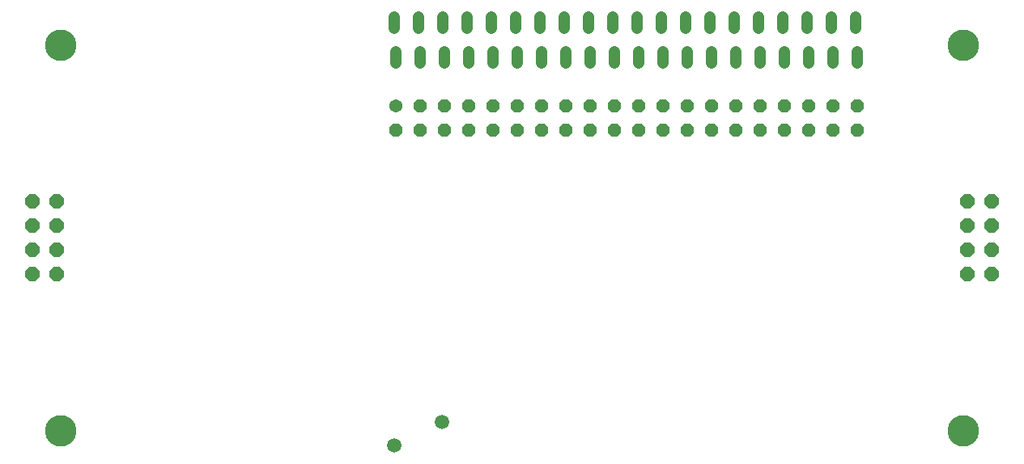
<source format=gbr>
G04 EAGLE Gerber RS-274X export*
G75*
%MOMM*%
%FSLAX34Y34*%
%LPD*%
%INSoldermask Bottom*%
%IPPOS*%
%AMOC8*
5,1,8,0,0,1.08239X$1,22.5*%
G01*
%ADD10C,3.300000*%
%ADD11C,1.500000*%
%ADD12C,1.371600*%
%ADD13P,1.484606X8X22.500000*%
%ADD14P,1.649562X8X112.500000*%
%ADD15C,1.219200*%


D10*
X48000Y48000D03*
X48000Y452000D03*
X992000Y48000D03*
X992000Y452000D03*
D11*
X397100Y32300D03*
X447100Y57000D03*
D12*
X398600Y388000D03*
D13*
X398600Y362600D03*
X424000Y388000D03*
X424000Y362600D03*
X449400Y388000D03*
X449400Y362600D03*
X474800Y388000D03*
X474800Y362600D03*
X500200Y388000D03*
X500200Y362600D03*
X525600Y388000D03*
X525600Y362600D03*
X551000Y388000D03*
X551000Y362600D03*
X576400Y388000D03*
X576400Y362600D03*
X601800Y388000D03*
X601800Y362600D03*
X627200Y388000D03*
X627200Y362600D03*
X652600Y388000D03*
X652600Y362600D03*
X678000Y388000D03*
X678000Y362600D03*
X703400Y388000D03*
X703400Y362600D03*
X728800Y388000D03*
X728800Y362600D03*
X754200Y388000D03*
X754200Y362600D03*
X779600Y388000D03*
X779600Y362600D03*
X805000Y388000D03*
X805000Y362600D03*
X830400Y388000D03*
X830400Y362600D03*
X855800Y388000D03*
X855800Y362600D03*
X881200Y388000D03*
X881200Y362600D03*
D14*
X43700Y211900D03*
X43700Y237300D03*
X43700Y262700D03*
X43700Y288100D03*
X18300Y211900D03*
X18300Y237300D03*
X18300Y262700D03*
X18300Y288100D03*
X996300Y211900D03*
X996300Y237300D03*
X996300Y262700D03*
X996300Y288100D03*
X1021700Y211900D03*
X1021700Y237300D03*
X1021700Y262700D03*
X1021700Y288100D03*
D15*
X879200Y469404D02*
X879200Y481596D01*
X853800Y481596D02*
X853800Y469404D01*
X828400Y469404D02*
X828400Y481596D01*
X803000Y481596D02*
X803000Y469404D01*
X777600Y469404D02*
X777600Y481596D01*
X752200Y481596D02*
X752200Y469404D01*
X726800Y469404D02*
X726800Y481596D01*
X701400Y481596D02*
X701400Y469404D01*
X676000Y469404D02*
X676000Y481596D01*
X650600Y481596D02*
X650600Y469404D01*
X625200Y469404D02*
X625200Y481596D01*
X599800Y481596D02*
X599800Y469404D01*
X574400Y469404D02*
X574400Y481596D01*
X549000Y481596D02*
X549000Y469404D01*
X523600Y469404D02*
X523600Y481596D01*
X498200Y481596D02*
X498200Y469404D01*
X472800Y469404D02*
X472800Y481596D01*
X447400Y481596D02*
X447400Y469404D01*
X422000Y469404D02*
X422000Y481596D01*
X396600Y481596D02*
X396600Y469404D01*
X398600Y445396D02*
X398600Y433204D01*
X424000Y433204D02*
X424000Y445396D01*
X449400Y445396D02*
X449400Y433204D01*
X474800Y433204D02*
X474800Y445396D01*
X500200Y445396D02*
X500200Y433204D01*
X525600Y433204D02*
X525600Y445396D01*
X551000Y445396D02*
X551000Y433204D01*
X576400Y433204D02*
X576400Y445396D01*
X601800Y445396D02*
X601800Y433204D01*
X627200Y433204D02*
X627200Y445396D01*
X652600Y445396D02*
X652600Y433204D01*
X678000Y433204D02*
X678000Y445396D01*
X703400Y445396D02*
X703400Y433204D01*
X728800Y433204D02*
X728800Y445396D01*
X754200Y445396D02*
X754200Y433204D01*
X779600Y433204D02*
X779600Y445396D01*
X805000Y445396D02*
X805000Y433204D01*
X830400Y433204D02*
X830400Y445396D01*
X855800Y445396D02*
X855800Y433204D01*
X881200Y433204D02*
X881200Y445396D01*
M02*

</source>
